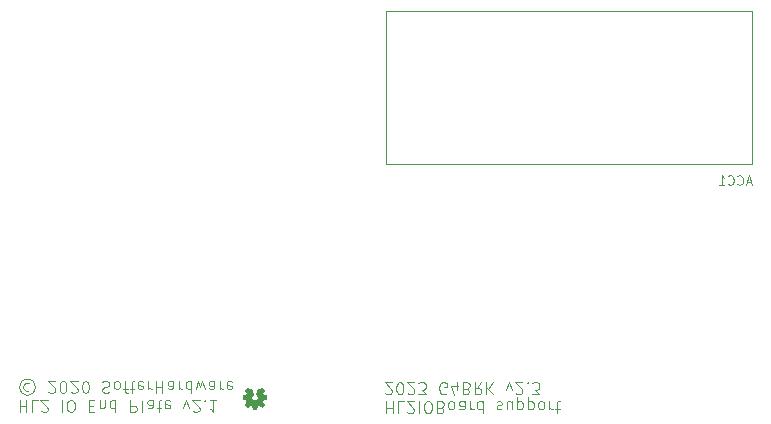
<source format=gbo>
G04 #@! TF.GenerationSoftware,KiCad,Pcbnew,6.0.2+dfsg-1*
G04 #@! TF.CreationDate,2023-08-11T11:42:39-04:00*
G04 #@! TF.ProjectId,HL2IO_endcap,484c3249-4f5f-4656-9e64-6361702e6b69,2.1*
G04 #@! TF.SameCoordinates,PX2e593c0PY56057c0*
G04 #@! TF.FileFunction,Legend,Bot*
G04 #@! TF.FilePolarity,Positive*
%FSLAX46Y46*%
G04 Gerber Fmt 4.6, Leading zero omitted, Abs format (unit mm)*
G04 Created by KiCad (PCBNEW 6.0.2+dfsg-1) date 2023-08-11 11:42:39*
%MOMM*%
%LPD*%
G01*
G04 APERTURE LIST*
%ADD10C,0.120000*%
%ADD11C,0.100000*%
%ADD12C,0.002540*%
G04 APERTURE END LIST*
D10*
X9016095Y4947381D02*
X9016095Y3947381D01*
X9016095Y4423572D02*
X9587523Y4423572D01*
X9587523Y4947381D02*
X9587523Y3947381D01*
X10539904Y4947381D02*
X10063714Y4947381D01*
X10063714Y3947381D01*
X10825619Y4042620D02*
X10873238Y3995000D01*
X10968476Y3947381D01*
X11206571Y3947381D01*
X11301809Y3995000D01*
X11349428Y4042620D01*
X11397047Y4137858D01*
X11397047Y4233096D01*
X11349428Y4375953D01*
X10778000Y4947381D01*
X11397047Y4947381D01*
X12587523Y4947381D02*
X12587523Y3947381D01*
X13254190Y3947381D02*
X13444666Y3947381D01*
X13539904Y3995000D01*
X13635142Y4090239D01*
X13682761Y4280715D01*
X13682761Y4614048D01*
X13635142Y4804524D01*
X13539904Y4899762D01*
X13444666Y4947381D01*
X13254190Y4947381D01*
X13158952Y4899762D01*
X13063714Y4804524D01*
X13016095Y4614048D01*
X13016095Y4280715D01*
X13063714Y4090239D01*
X13158952Y3995000D01*
X13254190Y3947381D01*
X14873238Y4423572D02*
X15206571Y4423572D01*
X15349428Y4947381D02*
X14873238Y4947381D01*
X14873238Y3947381D01*
X15349428Y3947381D01*
X15777999Y4280715D02*
X15777999Y4947381D01*
X15777999Y4375953D02*
X15825619Y4328334D01*
X15920857Y4280715D01*
X16063714Y4280715D01*
X16158952Y4328334D01*
X16206571Y4423572D01*
X16206571Y4947381D01*
X17111333Y4947381D02*
X17111333Y3947381D01*
X17111333Y4899762D02*
X17016095Y4947381D01*
X16825619Y4947381D01*
X16730380Y4899762D01*
X16682761Y4852143D01*
X16635142Y4756905D01*
X16635142Y4471191D01*
X16682761Y4375953D01*
X16730380Y4328334D01*
X16825619Y4280715D01*
X17016095Y4280715D01*
X17111333Y4328334D01*
X18349428Y4947381D02*
X18349428Y3947381D01*
X18730380Y3947381D01*
X18825619Y3995000D01*
X18873238Y4042620D01*
X18920857Y4137858D01*
X18920857Y4280715D01*
X18873238Y4375953D01*
X18825619Y4423572D01*
X18730380Y4471191D01*
X18349428Y4471191D01*
X19492285Y4947381D02*
X19397047Y4899762D01*
X19349428Y4804524D01*
X19349428Y3947381D01*
X20301809Y4947381D02*
X20301809Y4423572D01*
X20254190Y4328334D01*
X20158952Y4280715D01*
X19968476Y4280715D01*
X19873238Y4328334D01*
X20301809Y4899762D02*
X20206571Y4947381D01*
X19968476Y4947381D01*
X19873238Y4899762D01*
X19825619Y4804524D01*
X19825619Y4709286D01*
X19873238Y4614048D01*
X19968476Y4566429D01*
X20206571Y4566429D01*
X20301809Y4518810D01*
X20635142Y4280715D02*
X21016095Y4280715D01*
X20778000Y3947381D02*
X20778000Y4804524D01*
X20825619Y4899762D01*
X20920857Y4947381D01*
X21016095Y4947381D01*
X21730380Y4899762D02*
X21635142Y4947381D01*
X21444666Y4947381D01*
X21349428Y4899762D01*
X21301809Y4804524D01*
X21301809Y4423572D01*
X21349428Y4328334D01*
X21444666Y4280715D01*
X21635142Y4280715D01*
X21730380Y4328334D01*
X21778000Y4423572D01*
X21778000Y4518810D01*
X21301809Y4614048D01*
X22873238Y4280715D02*
X23111333Y4947381D01*
X23349428Y4280715D01*
X23682761Y4042620D02*
X23730380Y3995000D01*
X23825619Y3947381D01*
X24063714Y3947381D01*
X24158952Y3995000D01*
X24206571Y4042620D01*
X24254190Y4137858D01*
X24254190Y4233096D01*
X24206571Y4375953D01*
X23635142Y4947381D01*
X24254190Y4947381D01*
X24682761Y4852143D02*
X24730380Y4899762D01*
X24682761Y4947381D01*
X24635142Y4899762D01*
X24682761Y4852143D01*
X24682761Y4947381D01*
X25682761Y4947381D02*
X25111333Y4947381D01*
X25397047Y4947381D02*
X25397047Y3947381D01*
X25301809Y4090239D01*
X25206571Y4185477D01*
X25111333Y4233096D01*
X9825619Y5795477D02*
X9730380Y5747858D01*
X9539904Y5747858D01*
X9444666Y5795477D01*
X9349428Y5890715D01*
X9301809Y5985953D01*
X9301809Y6176429D01*
X9349428Y6271667D01*
X9444666Y6366905D01*
X9539904Y6414524D01*
X9730380Y6414524D01*
X9825619Y6366905D01*
X9635142Y5414524D02*
X9397047Y5462143D01*
X9158952Y5605000D01*
X9016095Y5843096D01*
X8968476Y6081191D01*
X9016095Y6319286D01*
X9158952Y6557381D01*
X9397047Y6700239D01*
X9635142Y6747858D01*
X9873238Y6700239D01*
X10111333Y6557381D01*
X10254190Y6319286D01*
X10301809Y6081191D01*
X10254190Y5843096D01*
X10111333Y5605000D01*
X9873238Y5462143D01*
X9635142Y5414524D01*
X11444666Y5652620D02*
X11492285Y5605000D01*
X11587523Y5557381D01*
X11825619Y5557381D01*
X11920857Y5605000D01*
X11968476Y5652620D01*
X12016095Y5747858D01*
X12016095Y5843096D01*
X11968476Y5985953D01*
X11397047Y6557381D01*
X12016095Y6557381D01*
X12635142Y5557381D02*
X12730380Y5557381D01*
X12825619Y5605000D01*
X12873238Y5652620D01*
X12920857Y5747858D01*
X12968476Y5938334D01*
X12968476Y6176429D01*
X12920857Y6366905D01*
X12873238Y6462143D01*
X12825619Y6509762D01*
X12730380Y6557381D01*
X12635142Y6557381D01*
X12539904Y6509762D01*
X12492285Y6462143D01*
X12444666Y6366905D01*
X12397047Y6176429D01*
X12397047Y5938334D01*
X12444666Y5747858D01*
X12492285Y5652620D01*
X12539904Y5605000D01*
X12635142Y5557381D01*
X13349428Y5652620D02*
X13397047Y5605000D01*
X13492285Y5557381D01*
X13730380Y5557381D01*
X13825619Y5605000D01*
X13873238Y5652620D01*
X13920857Y5747858D01*
X13920857Y5843096D01*
X13873238Y5985953D01*
X13301809Y6557381D01*
X13920857Y6557381D01*
X14539904Y5557381D02*
X14635142Y5557381D01*
X14730380Y5605000D01*
X14778000Y5652620D01*
X14825619Y5747858D01*
X14873238Y5938334D01*
X14873238Y6176429D01*
X14825619Y6366905D01*
X14778000Y6462143D01*
X14730380Y6509762D01*
X14635142Y6557381D01*
X14539904Y6557381D01*
X14444666Y6509762D01*
X14397047Y6462143D01*
X14349428Y6366905D01*
X14301809Y6176429D01*
X14301809Y5938334D01*
X14349428Y5747858D01*
X14397047Y5652620D01*
X14444666Y5605000D01*
X14539904Y5557381D01*
X16016095Y6509762D02*
X16158952Y6557381D01*
X16397047Y6557381D01*
X16492285Y6509762D01*
X16539904Y6462143D01*
X16587523Y6366905D01*
X16587523Y6271667D01*
X16539904Y6176429D01*
X16492285Y6128810D01*
X16397047Y6081191D01*
X16206571Y6033572D01*
X16111333Y5985953D01*
X16063714Y5938334D01*
X16016095Y5843096D01*
X16016095Y5747858D01*
X16063714Y5652620D01*
X16111333Y5605000D01*
X16206571Y5557381D01*
X16444666Y5557381D01*
X16587523Y5605000D01*
X17158952Y6557381D02*
X17063714Y6509762D01*
X17016095Y6462143D01*
X16968476Y6366905D01*
X16968476Y6081191D01*
X17016095Y5985953D01*
X17063714Y5938334D01*
X17158952Y5890715D01*
X17301809Y5890715D01*
X17397047Y5938334D01*
X17444666Y5985953D01*
X17492285Y6081191D01*
X17492285Y6366905D01*
X17444666Y6462143D01*
X17397047Y6509762D01*
X17301809Y6557381D01*
X17158952Y6557381D01*
X17778000Y5890715D02*
X18158952Y5890715D01*
X17920857Y6557381D02*
X17920857Y5700239D01*
X17968476Y5605000D01*
X18063714Y5557381D01*
X18158952Y5557381D01*
X18349428Y5890715D02*
X18730380Y5890715D01*
X18492285Y5557381D02*
X18492285Y6414524D01*
X18539904Y6509762D01*
X18635142Y6557381D01*
X18730380Y6557381D01*
X19444666Y6509762D02*
X19349428Y6557381D01*
X19158952Y6557381D01*
X19063714Y6509762D01*
X19016095Y6414524D01*
X19016095Y6033572D01*
X19063714Y5938334D01*
X19158952Y5890715D01*
X19349428Y5890715D01*
X19444666Y5938334D01*
X19492285Y6033572D01*
X19492285Y6128810D01*
X19016095Y6224048D01*
X19920857Y6557381D02*
X19920857Y5890715D01*
X19920857Y6081191D02*
X19968476Y5985953D01*
X20016095Y5938334D01*
X20111333Y5890715D01*
X20206571Y5890715D01*
X20539904Y6557381D02*
X20539904Y5557381D01*
X20539904Y6033572D02*
X21111333Y6033572D01*
X21111333Y6557381D02*
X21111333Y5557381D01*
X22016095Y6557381D02*
X22016095Y6033572D01*
X21968476Y5938334D01*
X21873238Y5890715D01*
X21682761Y5890715D01*
X21587523Y5938334D01*
X22016095Y6509762D02*
X21920857Y6557381D01*
X21682761Y6557381D01*
X21587523Y6509762D01*
X21539904Y6414524D01*
X21539904Y6319286D01*
X21587523Y6224048D01*
X21682761Y6176429D01*
X21920857Y6176429D01*
X22016095Y6128810D01*
X22492285Y6557381D02*
X22492285Y5890715D01*
X22492285Y6081191D02*
X22539904Y5985953D01*
X22587523Y5938334D01*
X22682761Y5890715D01*
X22778000Y5890715D01*
X23539904Y6557381D02*
X23539904Y5557381D01*
X23539904Y6509762D02*
X23444666Y6557381D01*
X23254190Y6557381D01*
X23158952Y6509762D01*
X23111333Y6462143D01*
X23063714Y6366905D01*
X23063714Y6081191D01*
X23111333Y5985953D01*
X23158952Y5938334D01*
X23254190Y5890715D01*
X23444666Y5890715D01*
X23539904Y5938334D01*
X23920857Y5890715D02*
X24111333Y6557381D01*
X24301809Y6081191D01*
X24492285Y6557381D01*
X24682761Y5890715D01*
X25492285Y6557381D02*
X25492285Y6033572D01*
X25444666Y5938334D01*
X25349428Y5890715D01*
X25158952Y5890715D01*
X25063714Y5938334D01*
X25492285Y6509762D02*
X25397047Y6557381D01*
X25158952Y6557381D01*
X25063714Y6509762D01*
X25016095Y6414524D01*
X25016095Y6319286D01*
X25063714Y6224048D01*
X25158952Y6176429D01*
X25397047Y6176429D01*
X25492285Y6128810D01*
X25968476Y6557381D02*
X25968476Y5890715D01*
X25968476Y6081191D02*
X26016095Y5985953D01*
X26063714Y5938334D01*
X26158952Y5890715D01*
X26254190Y5890715D01*
X26968476Y6509762D02*
X26873238Y6557381D01*
X26682761Y6557381D01*
X26587523Y6509762D01*
X26539904Y6414524D01*
X26539904Y6033572D01*
X26587523Y5938334D01*
X26682761Y5890715D01*
X26873238Y5890715D01*
X26968476Y5938334D01*
X27016095Y6033572D01*
X27016095Y6128810D01*
X26539904Y6224048D01*
X40016095Y4847381D02*
X40016095Y3847381D01*
X40016095Y4323572D02*
X40587523Y4323572D01*
X40587523Y4847381D02*
X40587523Y3847381D01*
X41539904Y4847381D02*
X41063714Y4847381D01*
X41063714Y3847381D01*
X41825619Y3942620D02*
X41873238Y3895000D01*
X41968476Y3847381D01*
X42206571Y3847381D01*
X42301809Y3895000D01*
X42349428Y3942620D01*
X42397047Y4037858D01*
X42397047Y4133096D01*
X42349428Y4275953D01*
X41778000Y4847381D01*
X42397047Y4847381D01*
X42825619Y4847381D02*
X42825619Y3847381D01*
X43492285Y3847381D02*
X43682761Y3847381D01*
X43778000Y3895000D01*
X43873238Y3990239D01*
X43920857Y4180715D01*
X43920857Y4514048D01*
X43873238Y4704524D01*
X43778000Y4799762D01*
X43682761Y4847381D01*
X43492285Y4847381D01*
X43397047Y4799762D01*
X43301809Y4704524D01*
X43254190Y4514048D01*
X43254190Y4180715D01*
X43301809Y3990239D01*
X43397047Y3895000D01*
X43492285Y3847381D01*
X44682761Y4323572D02*
X44825619Y4371191D01*
X44873238Y4418810D01*
X44920857Y4514048D01*
X44920857Y4656905D01*
X44873238Y4752143D01*
X44825619Y4799762D01*
X44730380Y4847381D01*
X44349428Y4847381D01*
X44349428Y3847381D01*
X44682761Y3847381D01*
X44778000Y3895000D01*
X44825619Y3942620D01*
X44873238Y4037858D01*
X44873238Y4133096D01*
X44825619Y4228334D01*
X44778000Y4275953D01*
X44682761Y4323572D01*
X44349428Y4323572D01*
X45492285Y4847381D02*
X45397047Y4799762D01*
X45349428Y4752143D01*
X45301809Y4656905D01*
X45301809Y4371191D01*
X45349428Y4275953D01*
X45397047Y4228334D01*
X45492285Y4180715D01*
X45635142Y4180715D01*
X45730380Y4228334D01*
X45778000Y4275953D01*
X45825619Y4371191D01*
X45825619Y4656905D01*
X45778000Y4752143D01*
X45730380Y4799762D01*
X45635142Y4847381D01*
X45492285Y4847381D01*
X46682761Y4847381D02*
X46682761Y4323572D01*
X46635142Y4228334D01*
X46539904Y4180715D01*
X46349428Y4180715D01*
X46254190Y4228334D01*
X46682761Y4799762D02*
X46587523Y4847381D01*
X46349428Y4847381D01*
X46254190Y4799762D01*
X46206571Y4704524D01*
X46206571Y4609286D01*
X46254190Y4514048D01*
X46349428Y4466429D01*
X46587523Y4466429D01*
X46682761Y4418810D01*
X47158952Y4847381D02*
X47158952Y4180715D01*
X47158952Y4371191D02*
X47206571Y4275953D01*
X47254190Y4228334D01*
X47349428Y4180715D01*
X47444666Y4180715D01*
X48206571Y4847381D02*
X48206571Y3847381D01*
X48206571Y4799762D02*
X48111333Y4847381D01*
X47920857Y4847381D01*
X47825619Y4799762D01*
X47778000Y4752143D01*
X47730380Y4656905D01*
X47730380Y4371191D01*
X47778000Y4275953D01*
X47825619Y4228334D01*
X47920857Y4180715D01*
X48111333Y4180715D01*
X48206571Y4228334D01*
X49397047Y4799762D02*
X49492285Y4847381D01*
X49682761Y4847381D01*
X49778000Y4799762D01*
X49825619Y4704524D01*
X49825619Y4656905D01*
X49778000Y4561667D01*
X49682761Y4514048D01*
X49539904Y4514048D01*
X49444666Y4466429D01*
X49397047Y4371191D01*
X49397047Y4323572D01*
X49444666Y4228334D01*
X49539904Y4180715D01*
X49682761Y4180715D01*
X49778000Y4228334D01*
X50682761Y4180715D02*
X50682761Y4847381D01*
X50254190Y4180715D02*
X50254190Y4704524D01*
X50301809Y4799762D01*
X50397047Y4847381D01*
X50539904Y4847381D01*
X50635142Y4799762D01*
X50682761Y4752143D01*
X51158952Y4180715D02*
X51158952Y5180715D01*
X51158952Y4228334D02*
X51254190Y4180715D01*
X51444666Y4180715D01*
X51539904Y4228334D01*
X51587523Y4275953D01*
X51635142Y4371191D01*
X51635142Y4656905D01*
X51587523Y4752143D01*
X51539904Y4799762D01*
X51444666Y4847381D01*
X51254190Y4847381D01*
X51158952Y4799762D01*
X52063714Y4180715D02*
X52063714Y5180715D01*
X52063714Y4228334D02*
X52158952Y4180715D01*
X52349428Y4180715D01*
X52444666Y4228334D01*
X52492285Y4275953D01*
X52539904Y4371191D01*
X52539904Y4656905D01*
X52492285Y4752143D01*
X52444666Y4799762D01*
X52349428Y4847381D01*
X52158952Y4847381D01*
X52063714Y4799762D01*
X53111333Y4847381D02*
X53016095Y4799762D01*
X52968476Y4752143D01*
X52920857Y4656905D01*
X52920857Y4371191D01*
X52968476Y4275953D01*
X53016095Y4228334D01*
X53111333Y4180715D01*
X53254190Y4180715D01*
X53349428Y4228334D01*
X53397047Y4275953D01*
X53444666Y4371191D01*
X53444666Y4656905D01*
X53397047Y4752143D01*
X53349428Y4799762D01*
X53254190Y4847381D01*
X53111333Y4847381D01*
X53873238Y4847381D02*
X53873238Y4180715D01*
X53873238Y4371191D02*
X53920857Y4275953D01*
X53968476Y4228334D01*
X54063714Y4180715D01*
X54158952Y4180715D01*
X54349428Y4180715D02*
X54730380Y4180715D01*
X54492285Y3847381D02*
X54492285Y4704524D01*
X54539904Y4799762D01*
X54635142Y4847381D01*
X54730380Y4847381D01*
X39968476Y5552620D02*
X40016095Y5505000D01*
X40111333Y5457381D01*
X40349428Y5457381D01*
X40444666Y5505000D01*
X40492285Y5552620D01*
X40539904Y5647858D01*
X40539904Y5743096D01*
X40492285Y5885953D01*
X39920857Y6457381D01*
X40539904Y6457381D01*
X41158952Y5457381D02*
X41254190Y5457381D01*
X41349428Y5505000D01*
X41397047Y5552620D01*
X41444666Y5647858D01*
X41492285Y5838334D01*
X41492285Y6076429D01*
X41444666Y6266905D01*
X41397047Y6362143D01*
X41349428Y6409762D01*
X41254190Y6457381D01*
X41158952Y6457381D01*
X41063714Y6409762D01*
X41016095Y6362143D01*
X40968476Y6266905D01*
X40920857Y6076429D01*
X40920857Y5838334D01*
X40968476Y5647858D01*
X41016095Y5552620D01*
X41063714Y5505000D01*
X41158952Y5457381D01*
X41873238Y5552620D02*
X41920857Y5505000D01*
X42016095Y5457381D01*
X42254190Y5457381D01*
X42349428Y5505000D01*
X42397047Y5552620D01*
X42444666Y5647858D01*
X42444666Y5743096D01*
X42397047Y5885953D01*
X41825619Y6457381D01*
X42444666Y6457381D01*
X42778000Y5457381D02*
X43397047Y5457381D01*
X43063714Y5838334D01*
X43206571Y5838334D01*
X43301809Y5885953D01*
X43349428Y5933572D01*
X43397047Y6028810D01*
X43397047Y6266905D01*
X43349428Y6362143D01*
X43301809Y6409762D01*
X43206571Y6457381D01*
X42920857Y6457381D01*
X42825619Y6409762D01*
X42778000Y6362143D01*
X45111333Y5505000D02*
X45016095Y5457381D01*
X44873238Y5457381D01*
X44730380Y5505000D01*
X44635142Y5600239D01*
X44587523Y5695477D01*
X44539904Y5885953D01*
X44539904Y6028810D01*
X44587523Y6219286D01*
X44635142Y6314524D01*
X44730380Y6409762D01*
X44873238Y6457381D01*
X44968476Y6457381D01*
X45111333Y6409762D01*
X45158952Y6362143D01*
X45158952Y6028810D01*
X44968476Y6028810D01*
X46016095Y5790715D02*
X46016095Y6457381D01*
X45778000Y5409762D02*
X45539904Y6124048D01*
X46158952Y6124048D01*
X46873238Y5933572D02*
X47016095Y5981191D01*
X47063714Y6028810D01*
X47111333Y6124048D01*
X47111333Y6266905D01*
X47063714Y6362143D01*
X47016095Y6409762D01*
X46920857Y6457381D01*
X46539904Y6457381D01*
X46539904Y5457381D01*
X46873238Y5457381D01*
X46968476Y5505000D01*
X47016095Y5552620D01*
X47063714Y5647858D01*
X47063714Y5743096D01*
X47016095Y5838334D01*
X46968476Y5885953D01*
X46873238Y5933572D01*
X46539904Y5933572D01*
X48111333Y6457381D02*
X47778000Y5981191D01*
X47539904Y6457381D02*
X47539904Y5457381D01*
X47920857Y5457381D01*
X48016095Y5505000D01*
X48063714Y5552620D01*
X48111333Y5647858D01*
X48111333Y5790715D01*
X48063714Y5885953D01*
X48016095Y5933572D01*
X47920857Y5981191D01*
X47539904Y5981191D01*
X48539904Y6457381D02*
X48539904Y5457381D01*
X49111333Y6457381D02*
X48682761Y5885953D01*
X49111333Y5457381D02*
X48539904Y6028810D01*
X50206571Y5790715D02*
X50444666Y6457381D01*
X50682761Y5790715D01*
X51016095Y5552620D02*
X51063714Y5505000D01*
X51158952Y5457381D01*
X51397047Y5457381D01*
X51492285Y5505000D01*
X51539904Y5552620D01*
X51587523Y5647858D01*
X51587523Y5743096D01*
X51539904Y5885953D01*
X50968476Y6457381D01*
X51587523Y6457381D01*
X52016095Y6362143D02*
X52063714Y6409762D01*
X52016095Y6457381D01*
X51968476Y6409762D01*
X52016095Y6362143D01*
X52016095Y6457381D01*
X52397047Y5457381D02*
X53016095Y5457381D01*
X52682761Y5838334D01*
X52825619Y5838334D01*
X52920857Y5885953D01*
X52968476Y5933572D01*
X53016095Y6028810D01*
X53016095Y6266905D01*
X52968476Y6362143D01*
X52920857Y6409762D01*
X52825619Y6457381D01*
X52539904Y6457381D01*
X52444666Y6409762D01*
X52397047Y6362143D01*
D11*
X70971428Y23401667D02*
X70590476Y23401667D01*
X71047619Y23173096D02*
X70780952Y23973096D01*
X70514285Y23173096D01*
X69790476Y23249286D02*
X69828571Y23211191D01*
X69942857Y23173096D01*
X70019047Y23173096D01*
X70133333Y23211191D01*
X70209523Y23287381D01*
X70247619Y23363572D01*
X70285714Y23515953D01*
X70285714Y23630239D01*
X70247619Y23782620D01*
X70209523Y23858810D01*
X70133333Y23935000D01*
X70019047Y23973096D01*
X69942857Y23973096D01*
X69828571Y23935000D01*
X69790476Y23896905D01*
X68990476Y23249286D02*
X69028571Y23211191D01*
X69142857Y23173096D01*
X69219047Y23173096D01*
X69333333Y23211191D01*
X69409523Y23287381D01*
X69447619Y23363572D01*
X69485714Y23515953D01*
X69485714Y23630239D01*
X69447619Y23782620D01*
X69409523Y23858810D01*
X69333333Y23935000D01*
X69219047Y23973096D01*
X69142857Y23973096D01*
X69028571Y23935000D01*
X68990476Y23896905D01*
X68228571Y23173096D02*
X68685714Y23173096D01*
X68457142Y23173096D02*
X68457142Y23973096D01*
X68533333Y23858810D01*
X68609523Y23782620D01*
X68685714Y23744524D01*
X40000000Y37935000D02*
X40000000Y24935000D01*
X71000000Y24935000D02*
X71000000Y37935000D01*
X71000000Y37935000D02*
X40000000Y37935000D01*
X40000000Y24935000D02*
X71000000Y24935000D01*
D12*
X29504520Y5996620D02*
X29494360Y5991540D01*
X29494360Y5991540D02*
X29471500Y5976300D01*
X29471500Y5976300D02*
X29438480Y5955980D01*
X29438480Y5955980D02*
X29397840Y5928040D01*
X29397840Y5928040D02*
X29359740Y5902640D01*
X29359740Y5902640D02*
X29326720Y5879780D01*
X29326720Y5879780D02*
X29303860Y5864540D01*
X29303860Y5864540D02*
X29293700Y5859460D01*
X29293700Y5859460D02*
X29288620Y5862000D01*
X29288620Y5862000D02*
X29270840Y5872160D01*
X29270840Y5872160D02*
X29242900Y5884860D01*
X29242900Y5884860D02*
X29227660Y5892480D01*
X29227660Y5892480D02*
X29202260Y5905180D01*
X29202260Y5905180D02*
X29189560Y5907720D01*
X29189560Y5907720D02*
X29187020Y5902640D01*
X29187020Y5902640D02*
X29176860Y5884860D01*
X29176860Y5884860D02*
X29164160Y5851840D01*
X29164160Y5851840D02*
X29143840Y5808660D01*
X29143840Y5808660D02*
X29123520Y5757860D01*
X29123520Y5757860D02*
X29100660Y5701980D01*
X29100660Y5701980D02*
X29077800Y5646100D01*
X29077800Y5646100D02*
X29054940Y5592760D01*
X29054940Y5592760D02*
X29034620Y5544500D01*
X29034620Y5544500D02*
X29019380Y5506400D01*
X29019380Y5506400D02*
X29009220Y5478460D01*
X29009220Y5478460D02*
X29004140Y5468300D01*
X29004140Y5468300D02*
X29006680Y5465760D01*
X29006680Y5465760D02*
X29019380Y5453060D01*
X29019380Y5453060D02*
X29039700Y5437820D01*
X29039700Y5437820D02*
X29087960Y5397180D01*
X29087960Y5397180D02*
X29133680Y5338760D01*
X29133680Y5338760D02*
X29164160Y5272720D01*
X29164160Y5272720D02*
X29171780Y5199060D01*
X29171780Y5199060D02*
X29164160Y5133020D01*
X29164160Y5133020D02*
X29138760Y5069520D01*
X29138760Y5069520D02*
X29093040Y5008560D01*
X29093040Y5008560D02*
X29037160Y4965380D01*
X29037160Y4965380D02*
X28971120Y4937440D01*
X28971120Y4937440D02*
X28900000Y4929820D01*
X28900000Y4929820D02*
X28831420Y4937440D01*
X28831420Y4937440D02*
X28765380Y4962840D01*
X28765380Y4962840D02*
X28704420Y5008560D01*
X28704420Y5008560D02*
X28681560Y5036500D01*
X28681560Y5036500D02*
X28646000Y5097460D01*
X28646000Y5097460D02*
X28625680Y5158420D01*
X28625680Y5158420D02*
X28625680Y5173660D01*
X28625680Y5173660D02*
X28628220Y5244780D01*
X28628220Y5244780D02*
X28648540Y5313360D01*
X28648540Y5313360D02*
X28684100Y5371780D01*
X28684100Y5371780D02*
X28737440Y5422580D01*
X28737440Y5422580D02*
X28742520Y5427660D01*
X28742520Y5427660D02*
X28767920Y5445440D01*
X28767920Y5445440D02*
X28783160Y5455600D01*
X28783160Y5455600D02*
X28795860Y5465760D01*
X28795860Y5465760D02*
X28706960Y5681660D01*
X28706960Y5681660D02*
X28691720Y5717220D01*
X28691720Y5717220D02*
X28666320Y5775640D01*
X28666320Y5775640D02*
X28646000Y5826440D01*
X28646000Y5826440D02*
X28628220Y5867080D01*
X28628220Y5867080D02*
X28615520Y5892480D01*
X28615520Y5892480D02*
X28610440Y5905180D01*
X28610440Y5905180D02*
X28602820Y5905180D01*
X28602820Y5905180D02*
X28587580Y5900100D01*
X28587580Y5900100D02*
X28557100Y5884860D01*
X28557100Y5884860D02*
X28536780Y5874700D01*
X28536780Y5874700D02*
X28513920Y5864540D01*
X28513920Y5864540D02*
X28503760Y5859460D01*
X28503760Y5859460D02*
X28493600Y5864540D01*
X28493600Y5864540D02*
X28473280Y5879780D01*
X28473280Y5879780D02*
X28440260Y5900100D01*
X28440260Y5900100D02*
X28402160Y5925500D01*
X28402160Y5925500D02*
X28366600Y5950900D01*
X28366600Y5950900D02*
X28331040Y5973760D01*
X28331040Y5973760D02*
X28308180Y5989000D01*
X28308180Y5989000D02*
X28295480Y5996620D01*
X28295480Y5996620D02*
X28292940Y5996620D01*
X28292940Y5996620D02*
X28282780Y5989000D01*
X28282780Y5989000D02*
X28262460Y5973760D01*
X28262460Y5973760D02*
X28234520Y5945820D01*
X28234520Y5945820D02*
X28193880Y5905180D01*
X28193880Y5905180D02*
X28186260Y5900100D01*
X28186260Y5900100D02*
X28153240Y5864540D01*
X28153240Y5864540D02*
X28125300Y5834060D01*
X28125300Y5834060D02*
X28104980Y5813740D01*
X28104980Y5813740D02*
X28099900Y5806120D01*
X28099900Y5806120D02*
X28104980Y5793420D01*
X28104980Y5793420D02*
X28120220Y5768020D01*
X28120220Y5768020D02*
X28143080Y5735000D01*
X28143080Y5735000D02*
X28171020Y5694360D01*
X28171020Y5694360D02*
X28242140Y5590220D01*
X28242140Y5590220D02*
X28201500Y5493700D01*
X28201500Y5493700D02*
X28191340Y5463220D01*
X28191340Y5463220D02*
X28176100Y5427660D01*
X28176100Y5427660D02*
X28163400Y5402260D01*
X28163400Y5402260D02*
X28158320Y5389560D01*
X28158320Y5389560D02*
X28148160Y5387020D01*
X28148160Y5387020D02*
X28120220Y5379400D01*
X28120220Y5379400D02*
X28082120Y5371780D01*
X28082120Y5371780D02*
X28036400Y5364160D01*
X28036400Y5364160D02*
X27990680Y5354000D01*
X27990680Y5354000D02*
X27952580Y5346380D01*
X27952580Y5346380D02*
X27922100Y5341300D01*
X27922100Y5341300D02*
X27909400Y5338760D01*
X27909400Y5338760D02*
X27906860Y5336220D01*
X27906860Y5336220D02*
X27904320Y5331140D01*
X27904320Y5331140D02*
X27901780Y5318440D01*
X27901780Y5318440D02*
X27901780Y5293040D01*
X27901780Y5293040D02*
X27901780Y5254940D01*
X27901780Y5254940D02*
X27901780Y5199060D01*
X27901780Y5199060D02*
X27901780Y5193980D01*
X27901780Y5193980D02*
X27901780Y5140640D01*
X27901780Y5140640D02*
X27901780Y5100000D01*
X27901780Y5100000D02*
X27904320Y5074600D01*
X27904320Y5074600D02*
X27906860Y5064440D01*
X27906860Y5064440D02*
X27919560Y5059360D01*
X27919560Y5059360D02*
X27947500Y5054280D01*
X27947500Y5054280D02*
X27985600Y5046660D01*
X27985600Y5046660D02*
X28033860Y5036500D01*
X28033860Y5036500D02*
X28036400Y5036500D01*
X28036400Y5036500D02*
X28084660Y5028880D01*
X28084660Y5028880D02*
X28122760Y5018720D01*
X28122760Y5018720D02*
X28150700Y5013640D01*
X28150700Y5013640D02*
X28163400Y5008560D01*
X28163400Y5008560D02*
X28165940Y5006020D01*
X28165940Y5006020D02*
X28176100Y4988240D01*
X28176100Y4988240D02*
X28188800Y4957760D01*
X28188800Y4957760D02*
X28204040Y4922200D01*
X28204040Y4922200D02*
X28219280Y4886640D01*
X28219280Y4886640D02*
X28234520Y4851080D01*
X28234520Y4851080D02*
X28242140Y4828220D01*
X28242140Y4828220D02*
X28244680Y4815520D01*
X28244680Y4815520D02*
X28237060Y4805360D01*
X28237060Y4805360D02*
X28221820Y4779960D01*
X28221820Y4779960D02*
X28198960Y4746940D01*
X28198960Y4746940D02*
X28171020Y4706300D01*
X28171020Y4706300D02*
X28168480Y4701220D01*
X28168480Y4701220D02*
X28140540Y4663120D01*
X28140540Y4663120D02*
X28120220Y4627560D01*
X28120220Y4627560D02*
X28104980Y4604700D01*
X28104980Y4604700D02*
X28099900Y4594540D01*
X28099900Y4594540D02*
X28099900Y4592000D01*
X28099900Y4592000D02*
X28107520Y4581840D01*
X28107520Y4581840D02*
X28127840Y4558980D01*
X28127840Y4558980D02*
X28158320Y4528500D01*
X28158320Y4528500D02*
X28193880Y4492940D01*
X28193880Y4492940D02*
X28204040Y4482780D01*
X28204040Y4482780D02*
X28242140Y4444680D01*
X28242140Y4444680D02*
X28270080Y4419280D01*
X28270080Y4419280D02*
X28287860Y4406580D01*
X28287860Y4406580D02*
X28295480Y4401500D01*
X28295480Y4401500D02*
X28295480Y4404040D01*
X28295480Y4404040D02*
X28308180Y4409120D01*
X28308180Y4409120D02*
X28333580Y4426900D01*
X28333580Y4426900D02*
X28366600Y4449760D01*
X28366600Y4449760D02*
X28407240Y4477700D01*
X28407240Y4477700D02*
X28409780Y4480240D01*
X28409780Y4480240D02*
X28450420Y4505640D01*
X28450420Y4505640D02*
X28483440Y4528500D01*
X28483440Y4528500D02*
X28506300Y4543740D01*
X28506300Y4543740D02*
X28516460Y4551360D01*
X28516460Y4551360D02*
X28519000Y4551360D01*
X28519000Y4551360D02*
X28534240Y4546280D01*
X28534240Y4546280D02*
X28564720Y4536120D01*
X28564720Y4536120D02*
X28597740Y4523420D01*
X28597740Y4523420D02*
X28635840Y4508180D01*
X28635840Y4508180D02*
X28668860Y4492940D01*
X28668860Y4492940D02*
X28694260Y4482780D01*
X28694260Y4482780D02*
X28706960Y4475160D01*
X28706960Y4475160D02*
X28712040Y4459920D01*
X28712040Y4459920D02*
X28717120Y4429440D01*
X28717120Y4429440D02*
X28727280Y4388800D01*
X28727280Y4388800D02*
X28734900Y4340540D01*
X28734900Y4340540D02*
X28737440Y4332920D01*
X28737440Y4332920D02*
X28745060Y4284660D01*
X28745060Y4284660D02*
X28752680Y4246560D01*
X28752680Y4246560D02*
X28760300Y4218620D01*
X28760300Y4218620D02*
X28762840Y4205920D01*
X28762840Y4205920D02*
X28767920Y4205920D01*
X28767920Y4205920D02*
X28793320Y4203380D01*
X28793320Y4203380D02*
X28828880Y4203380D01*
X28828880Y4203380D02*
X28872060Y4203380D01*
X28872060Y4203380D02*
X28915240Y4203380D01*
X28915240Y4203380D02*
X28958420Y4203380D01*
X28958420Y4203380D02*
X28996520Y4205920D01*
X28996520Y4205920D02*
X29021920Y4205920D01*
X29021920Y4205920D02*
X29034620Y4208460D01*
X29034620Y4208460D02*
X29034620Y4211000D01*
X29034620Y4211000D02*
X29039700Y4223700D01*
X29039700Y4223700D02*
X29044780Y4254180D01*
X29044780Y4254180D02*
X29054940Y4294820D01*
X29054940Y4294820D02*
X29062560Y4345620D01*
X29062560Y4345620D02*
X29065100Y4353240D01*
X29065100Y4353240D02*
X29072720Y4401500D01*
X29072720Y4401500D02*
X29082880Y4439600D01*
X29082880Y4439600D02*
X29087960Y4467540D01*
X29087960Y4467540D02*
X29090500Y4477700D01*
X29090500Y4477700D02*
X29095580Y4480240D01*
X29095580Y4480240D02*
X29113360Y4487860D01*
X29113360Y4487860D02*
X29146380Y4500560D01*
X29146380Y4500560D02*
X29187020Y4518340D01*
X29187020Y4518340D02*
X29278460Y4553900D01*
X29278460Y4553900D02*
X29390220Y4477700D01*
X29390220Y4477700D02*
X29400380Y4470080D01*
X29400380Y4470080D02*
X29441020Y4442140D01*
X29441020Y4442140D02*
X29474040Y4421820D01*
X29474040Y4421820D02*
X29496900Y4406580D01*
X29496900Y4406580D02*
X29507060Y4401500D01*
X29507060Y4401500D02*
X29517220Y4411660D01*
X29517220Y4411660D02*
X29540080Y4431980D01*
X29540080Y4431980D02*
X29570560Y4462460D01*
X29570560Y4462460D02*
X29606120Y4495480D01*
X29606120Y4495480D02*
X29631520Y4523420D01*
X29631520Y4523420D02*
X29662000Y4553900D01*
X29662000Y4553900D02*
X29682320Y4574220D01*
X29682320Y4574220D02*
X29692480Y4589460D01*
X29692480Y4589460D02*
X29697560Y4597080D01*
X29697560Y4597080D02*
X29695020Y4602160D01*
X29695020Y4602160D02*
X29689940Y4614860D01*
X29689940Y4614860D02*
X29672160Y4637720D01*
X29672160Y4637720D02*
X29649300Y4673280D01*
X29649300Y4673280D02*
X29621360Y4711380D01*
X29621360Y4711380D02*
X29598500Y4746940D01*
X29598500Y4746940D02*
X29575640Y4782500D01*
X29575640Y4782500D02*
X29560400Y4810440D01*
X29560400Y4810440D02*
X29552780Y4823140D01*
X29552780Y4823140D02*
X29555320Y4828220D01*
X29555320Y4828220D02*
X29562940Y4851080D01*
X29562940Y4851080D02*
X29575640Y4884100D01*
X29575640Y4884100D02*
X29593420Y4924740D01*
X29593420Y4924740D02*
X29631520Y5013640D01*
X29631520Y5013640D02*
X29689940Y5023800D01*
X29689940Y5023800D02*
X29725500Y5031420D01*
X29725500Y5031420D02*
X29776300Y5039040D01*
X29776300Y5039040D02*
X29822020Y5049200D01*
X29822020Y5049200D02*
X29895680Y5064440D01*
X29895680Y5064440D02*
X29898220Y5331140D01*
X29898220Y5331140D02*
X29888060Y5336220D01*
X29888060Y5336220D02*
X29875360Y5341300D01*
X29875360Y5341300D02*
X29849960Y5346380D01*
X29849960Y5346380D02*
X29809320Y5354000D01*
X29809320Y5354000D02*
X29763600Y5361620D01*
X29763600Y5361620D02*
X29725500Y5369240D01*
X29725500Y5369240D02*
X29684860Y5376860D01*
X29684860Y5376860D02*
X29656920Y5381940D01*
X29656920Y5381940D02*
X29644220Y5384480D01*
X29644220Y5384480D02*
X29641680Y5389560D01*
X29641680Y5389560D02*
X29631520Y5409880D01*
X29631520Y5409880D02*
X29616280Y5440360D01*
X29616280Y5440360D02*
X29601040Y5475920D01*
X29601040Y5475920D02*
X29585800Y5514020D01*
X29585800Y5514020D02*
X29573100Y5549580D01*
X29573100Y5549580D02*
X29562940Y5574980D01*
X29562940Y5574980D02*
X29557860Y5590220D01*
X29557860Y5590220D02*
X29562940Y5600380D01*
X29562940Y5600380D02*
X29578180Y5623240D01*
X29578180Y5623240D02*
X29601040Y5656260D01*
X29601040Y5656260D02*
X29626440Y5694360D01*
X29626440Y5694360D02*
X29654380Y5735000D01*
X29654380Y5735000D02*
X29677240Y5768020D01*
X29677240Y5768020D02*
X29692480Y5793420D01*
X29692480Y5793420D02*
X29700100Y5803580D01*
X29700100Y5803580D02*
X29695020Y5811200D01*
X29695020Y5811200D02*
X29679780Y5828980D01*
X29679780Y5828980D02*
X29651840Y5859460D01*
X29651840Y5859460D02*
X29606120Y5905180D01*
X29606120Y5905180D02*
X29598500Y5910260D01*
X29598500Y5910260D02*
X29565480Y5945820D01*
X29565480Y5945820D02*
X29535000Y5971220D01*
X29535000Y5971220D02*
X29514680Y5991540D01*
X29514680Y5991540D02*
X29504520Y5996620D01*
X29504520Y5996620D02*
X29504520Y5996620D01*
G36*
X28308180Y5989000D02*
G01*
X28331040Y5973760D01*
X28366600Y5950900D01*
X28402160Y5925500D01*
X28440260Y5900100D01*
X28473280Y5879780D01*
X28493600Y5864540D01*
X28503760Y5859460D01*
X28513920Y5864540D01*
X28536780Y5874700D01*
X28587580Y5900100D01*
X28602820Y5905180D01*
X28610440Y5905180D01*
X28615520Y5892480D01*
X28628220Y5867080D01*
X28646000Y5826440D01*
X28666320Y5775640D01*
X28691720Y5717220D01*
X28706960Y5681660D01*
X28795860Y5465760D01*
X28783160Y5455600D01*
X28767920Y5445440D01*
X28742520Y5427660D01*
X28737440Y5422580D01*
X28684100Y5371780D01*
X28648540Y5313360D01*
X28628220Y5244780D01*
X28625680Y5173660D01*
X28625680Y5158420D01*
X28646000Y5097460D01*
X28681560Y5036500D01*
X28704420Y5008560D01*
X28765380Y4962840D01*
X28831420Y4937440D01*
X28900000Y4929820D01*
X28971120Y4937440D01*
X29037160Y4965380D01*
X29093040Y5008560D01*
X29138760Y5069520D01*
X29164160Y5133020D01*
X29171780Y5199060D01*
X29164160Y5272720D01*
X29133680Y5338760D01*
X29087960Y5397180D01*
X29039700Y5437820D01*
X29019380Y5453060D01*
X29004140Y5468300D01*
X29009220Y5478460D01*
X29019380Y5506400D01*
X29034620Y5544500D01*
X29054940Y5592760D01*
X29077800Y5646100D01*
X29123520Y5757860D01*
X29143840Y5808660D01*
X29164160Y5851840D01*
X29176860Y5884860D01*
X29187020Y5902640D01*
X29189560Y5907720D01*
X29202260Y5905180D01*
X29242900Y5884860D01*
X29270840Y5872160D01*
X29288620Y5862000D01*
X29293700Y5859460D01*
X29303860Y5864540D01*
X29326720Y5879780D01*
X29359740Y5902640D01*
X29397840Y5928040D01*
X29438480Y5955980D01*
X29471500Y5976300D01*
X29494360Y5991540D01*
X29504520Y5996620D01*
X29514680Y5991540D01*
X29535000Y5971220D01*
X29565480Y5945820D01*
X29598500Y5910260D01*
X29606120Y5905180D01*
X29651840Y5859460D01*
X29679780Y5828980D01*
X29695020Y5811200D01*
X29700100Y5803580D01*
X29692480Y5793420D01*
X29677240Y5768020D01*
X29654380Y5735000D01*
X29626440Y5694360D01*
X29601040Y5656260D01*
X29578180Y5623240D01*
X29562940Y5600380D01*
X29557860Y5590220D01*
X29562940Y5574980D01*
X29573100Y5549580D01*
X29585800Y5514020D01*
X29601040Y5475920D01*
X29616280Y5440360D01*
X29644220Y5384480D01*
X29656920Y5381940D01*
X29684860Y5376860D01*
X29725500Y5369240D01*
X29763600Y5361620D01*
X29809320Y5354000D01*
X29849960Y5346380D01*
X29875360Y5341300D01*
X29888060Y5336220D01*
X29898220Y5331140D01*
X29895680Y5064440D01*
X29822020Y5049200D01*
X29776300Y5039040D01*
X29725500Y5031420D01*
X29689940Y5023800D01*
X29631520Y5013640D01*
X29593420Y4924740D01*
X29575640Y4884100D01*
X29562940Y4851080D01*
X29555320Y4828220D01*
X29552780Y4823140D01*
X29560400Y4810440D01*
X29575640Y4782500D01*
X29621360Y4711380D01*
X29649300Y4673280D01*
X29672160Y4637720D01*
X29689940Y4614860D01*
X29695020Y4602160D01*
X29697560Y4597080D01*
X29682320Y4574220D01*
X29631520Y4523420D01*
X29606120Y4495480D01*
X29570560Y4462460D01*
X29540080Y4431980D01*
X29517220Y4411660D01*
X29507060Y4401500D01*
X29496900Y4406580D01*
X29474040Y4421820D01*
X29441020Y4442140D01*
X29400380Y4470080D01*
X29390220Y4477700D01*
X29278460Y4553900D01*
X29187020Y4518340D01*
X29146380Y4500560D01*
X29113360Y4487860D01*
X29095580Y4480240D01*
X29090500Y4477700D01*
X29087960Y4467540D01*
X29082880Y4439600D01*
X29072720Y4401500D01*
X29065100Y4353240D01*
X29062560Y4345620D01*
X29054940Y4294820D01*
X29044780Y4254180D01*
X29039700Y4223700D01*
X29034620Y4211000D01*
X29034620Y4208460D01*
X29021920Y4205920D01*
X28996520Y4205920D01*
X28958420Y4203380D01*
X28793320Y4203380D01*
X28767920Y4205920D01*
X28762840Y4205920D01*
X28760300Y4218620D01*
X28752680Y4246560D01*
X28745060Y4284660D01*
X28737440Y4332920D01*
X28734900Y4340540D01*
X28727280Y4388800D01*
X28717120Y4429440D01*
X28712040Y4459920D01*
X28706960Y4475160D01*
X28694260Y4482780D01*
X28668860Y4492940D01*
X28635840Y4508180D01*
X28597740Y4523420D01*
X28564720Y4536120D01*
X28519000Y4551360D01*
X28516460Y4551360D01*
X28506300Y4543740D01*
X28483440Y4528500D01*
X28450420Y4505640D01*
X28409780Y4480240D01*
X28407240Y4477700D01*
X28366600Y4449760D01*
X28333580Y4426900D01*
X28308180Y4409120D01*
X28295480Y4404040D01*
X28295480Y4401500D01*
X28287860Y4406580D01*
X28270080Y4419280D01*
X28242140Y4444680D01*
X28127840Y4558980D01*
X28107520Y4581840D01*
X28099900Y4592000D01*
X28099900Y4594540D01*
X28104980Y4604700D01*
X28120220Y4627560D01*
X28140540Y4663120D01*
X28168480Y4701220D01*
X28171020Y4706300D01*
X28198960Y4746940D01*
X28221820Y4779960D01*
X28237060Y4805360D01*
X28244680Y4815520D01*
X28242140Y4828220D01*
X28234520Y4851080D01*
X28188800Y4957760D01*
X28176100Y4988240D01*
X28165940Y5006020D01*
X28163400Y5008560D01*
X28150700Y5013640D01*
X28122760Y5018720D01*
X28084660Y5028880D01*
X28036400Y5036500D01*
X28033860Y5036500D01*
X27985600Y5046660D01*
X27947500Y5054280D01*
X27919560Y5059360D01*
X27906860Y5064440D01*
X27904320Y5074600D01*
X27901780Y5100000D01*
X27901780Y5318440D01*
X27904320Y5331140D01*
X27906860Y5336220D01*
X27909400Y5338760D01*
X27922100Y5341300D01*
X27952580Y5346380D01*
X27990680Y5354000D01*
X28036400Y5364160D01*
X28082120Y5371780D01*
X28120220Y5379400D01*
X28148160Y5387020D01*
X28158320Y5389560D01*
X28163400Y5402260D01*
X28176100Y5427660D01*
X28191340Y5463220D01*
X28201500Y5493700D01*
X28242140Y5590220D01*
X28171020Y5694360D01*
X28143080Y5735000D01*
X28120220Y5768020D01*
X28104980Y5793420D01*
X28099900Y5806120D01*
X28104980Y5813740D01*
X28125300Y5834060D01*
X28153240Y5864540D01*
X28186260Y5900100D01*
X28193880Y5905180D01*
X28262460Y5973760D01*
X28292940Y5996620D01*
X28295480Y5996620D01*
X28308180Y5989000D01*
G37*
X28308180Y5989000D02*
X28331040Y5973760D01*
X28366600Y5950900D01*
X28402160Y5925500D01*
X28440260Y5900100D01*
X28473280Y5879780D01*
X28493600Y5864540D01*
X28503760Y5859460D01*
X28513920Y5864540D01*
X28536780Y5874700D01*
X28587580Y5900100D01*
X28602820Y5905180D01*
X28610440Y5905180D01*
X28615520Y5892480D01*
X28628220Y5867080D01*
X28646000Y5826440D01*
X28666320Y5775640D01*
X28691720Y5717220D01*
X28706960Y5681660D01*
X28795860Y5465760D01*
X28783160Y5455600D01*
X28767920Y5445440D01*
X28742520Y5427660D01*
X28737440Y5422580D01*
X28684100Y5371780D01*
X28648540Y5313360D01*
X28628220Y5244780D01*
X28625680Y5173660D01*
X28625680Y5158420D01*
X28646000Y5097460D01*
X28681560Y5036500D01*
X28704420Y5008560D01*
X28765380Y4962840D01*
X28831420Y4937440D01*
X28900000Y4929820D01*
X28971120Y4937440D01*
X29037160Y4965380D01*
X29093040Y5008560D01*
X29138760Y5069520D01*
X29164160Y5133020D01*
X29171780Y5199060D01*
X29164160Y5272720D01*
X29133680Y5338760D01*
X29087960Y5397180D01*
X29039700Y5437820D01*
X29019380Y5453060D01*
X29004140Y5468300D01*
X29009220Y5478460D01*
X29019380Y5506400D01*
X29034620Y5544500D01*
X29054940Y5592760D01*
X29077800Y5646100D01*
X29123520Y5757860D01*
X29143840Y5808660D01*
X29164160Y5851840D01*
X29176860Y5884860D01*
X29187020Y5902640D01*
X29189560Y5907720D01*
X29202260Y5905180D01*
X29242900Y5884860D01*
X29270840Y5872160D01*
X29288620Y5862000D01*
X29293700Y5859460D01*
X29303860Y5864540D01*
X29326720Y5879780D01*
X29359740Y5902640D01*
X29397840Y5928040D01*
X29438480Y5955980D01*
X29471500Y5976300D01*
X29494360Y5991540D01*
X29504520Y5996620D01*
X29514680Y5991540D01*
X29535000Y5971220D01*
X29565480Y5945820D01*
X29598500Y5910260D01*
X29606120Y5905180D01*
X29651840Y5859460D01*
X29679780Y5828980D01*
X29695020Y5811200D01*
X29700100Y5803580D01*
X29692480Y5793420D01*
X29677240Y5768020D01*
X29654380Y5735000D01*
X29626440Y5694360D01*
X29601040Y5656260D01*
X29578180Y5623240D01*
X29562940Y5600380D01*
X29557860Y5590220D01*
X29562940Y5574980D01*
X29573100Y5549580D01*
X29585800Y5514020D01*
X29601040Y5475920D01*
X29616280Y5440360D01*
X29644220Y5384480D01*
X29656920Y5381940D01*
X29684860Y5376860D01*
X29725500Y5369240D01*
X29763600Y5361620D01*
X29809320Y5354000D01*
X29849960Y5346380D01*
X29875360Y5341300D01*
X29888060Y5336220D01*
X29898220Y5331140D01*
X29895680Y5064440D01*
X29822020Y5049200D01*
X29776300Y5039040D01*
X29725500Y5031420D01*
X29689940Y5023800D01*
X29631520Y5013640D01*
X29593420Y4924740D01*
X29575640Y4884100D01*
X29562940Y4851080D01*
X29555320Y4828220D01*
X29552780Y4823140D01*
X29560400Y4810440D01*
X29575640Y4782500D01*
X29621360Y4711380D01*
X29649300Y4673280D01*
X29672160Y4637720D01*
X29689940Y4614860D01*
X29695020Y4602160D01*
X29697560Y4597080D01*
X29682320Y4574220D01*
X29631520Y4523420D01*
X29606120Y4495480D01*
X29570560Y4462460D01*
X29540080Y4431980D01*
X29517220Y4411660D01*
X29507060Y4401500D01*
X29496900Y4406580D01*
X29474040Y4421820D01*
X29441020Y4442140D01*
X29400380Y4470080D01*
X29390220Y4477700D01*
X29278460Y4553900D01*
X29187020Y4518340D01*
X29146380Y4500560D01*
X29113360Y4487860D01*
X29095580Y4480240D01*
X29090500Y4477700D01*
X29087960Y4467540D01*
X29082880Y4439600D01*
X29072720Y4401500D01*
X29065100Y4353240D01*
X29062560Y4345620D01*
X29054940Y4294820D01*
X29044780Y4254180D01*
X29039700Y4223700D01*
X29034620Y4211000D01*
X29034620Y4208460D01*
X29021920Y4205920D01*
X28996520Y4205920D01*
X28958420Y4203380D01*
X28793320Y4203380D01*
X28767920Y4205920D01*
X28762840Y4205920D01*
X28760300Y4218620D01*
X28752680Y4246560D01*
X28745060Y4284660D01*
X28737440Y4332920D01*
X28734900Y4340540D01*
X28727280Y4388800D01*
X28717120Y4429440D01*
X28712040Y4459920D01*
X28706960Y4475160D01*
X28694260Y4482780D01*
X28668860Y4492940D01*
X28635840Y4508180D01*
X28597740Y4523420D01*
X28564720Y4536120D01*
X28519000Y4551360D01*
X28516460Y4551360D01*
X28506300Y4543740D01*
X28483440Y4528500D01*
X28450420Y4505640D01*
X28409780Y4480240D01*
X28407240Y4477700D01*
X28366600Y4449760D01*
X28333580Y4426900D01*
X28308180Y4409120D01*
X28295480Y4404040D01*
X28295480Y4401500D01*
X28287860Y4406580D01*
X28270080Y4419280D01*
X28242140Y4444680D01*
X28127840Y4558980D01*
X28107520Y4581840D01*
X28099900Y4592000D01*
X28099900Y4594540D01*
X28104980Y4604700D01*
X28120220Y4627560D01*
X28140540Y4663120D01*
X28168480Y4701220D01*
X28171020Y4706300D01*
X28198960Y4746940D01*
X28221820Y4779960D01*
X28237060Y4805360D01*
X28244680Y4815520D01*
X28242140Y4828220D01*
X28234520Y4851080D01*
X28188800Y4957760D01*
X28176100Y4988240D01*
X28165940Y5006020D01*
X28163400Y5008560D01*
X28150700Y5013640D01*
X28122760Y5018720D01*
X28084660Y5028880D01*
X28036400Y5036500D01*
X28033860Y5036500D01*
X27985600Y5046660D01*
X27947500Y5054280D01*
X27919560Y5059360D01*
X27906860Y5064440D01*
X27904320Y5074600D01*
X27901780Y5100000D01*
X27901780Y5318440D01*
X27904320Y5331140D01*
X27906860Y5336220D01*
X27909400Y5338760D01*
X27922100Y5341300D01*
X27952580Y5346380D01*
X27990680Y5354000D01*
X28036400Y5364160D01*
X28082120Y5371780D01*
X28120220Y5379400D01*
X28148160Y5387020D01*
X28158320Y5389560D01*
X28163400Y5402260D01*
X28176100Y5427660D01*
X28191340Y5463220D01*
X28201500Y5493700D01*
X28242140Y5590220D01*
X28171020Y5694360D01*
X28143080Y5735000D01*
X28120220Y5768020D01*
X28104980Y5793420D01*
X28099900Y5806120D01*
X28104980Y5813740D01*
X28125300Y5834060D01*
X28153240Y5864540D01*
X28186260Y5900100D01*
X28193880Y5905180D01*
X28262460Y5973760D01*
X28292940Y5996620D01*
X28295480Y5996620D01*
X28308180Y5989000D01*
M02*

</source>
